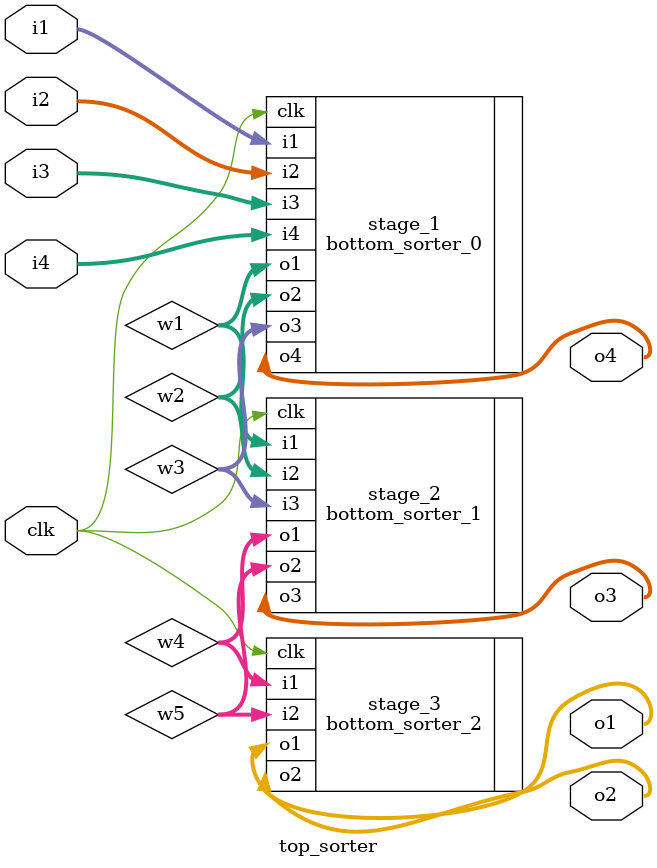
<source format=v>
`timescale 1ns / 1ps

module top_sorter	
   #(parameter N = 4)
	(
		input wire clk,
		input wire signed [N-1:0] i1, i2, i3, i4,
		output wire signed [N-1:0] o1, o2, o3, o4
    );

	wire signed [N-1:0] w1, w2, w3, w4, w5;
	
	bottom_sorter_0 #(.N(N)) stage_1
	(
		.clk(clk),
		.i1(i1), .i2(i2), .i3(i3), .i4(i4),
		.o1(w1), .o2(w2), .o3(w3), .o4(o4)
    );
	 
	 bottom_sorter_1 #(.N(N)) stage_2
	(
		.clk(clk),
		.i1(w1), .i2(w2), .i3(w3), 
		.o1(w4), .o2(w5), .o3(o3)
    );
	 
	 bottom_sorter_2 #(.N(N)) stage_3
	(
		.clk(clk),
		.i1(w4), .i2(w5), 
		.o1(o1), .o2(o2)
    );
	
endmodule

</source>
